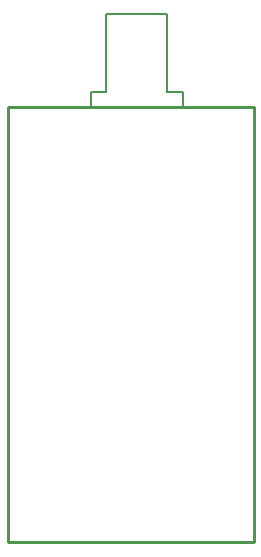
<source format=gm1>
G04 Layer_Color=16711935*
%FSLAX25Y25*%
%MOIN*%
G70*
G01*
G75*
%ADD22C,0.01000*%
%ADD24C,0.00787*%
D22*
X0Y145000D02*
X82000D01*
Y0D02*
Y145000D01*
X0Y0D02*
X82000D01*
X0D02*
Y145000D01*
D24*
X27646D02*
X58354D01*
Y150118D01*
X53236D02*
X58354D01*
X53236D02*
Y176102D01*
X32764D02*
X53236D01*
X32764Y150118D02*
Y176102D01*
X27646Y150118D02*
X32764D01*
X27646Y145000D02*
Y150118D01*
M02*

</source>
